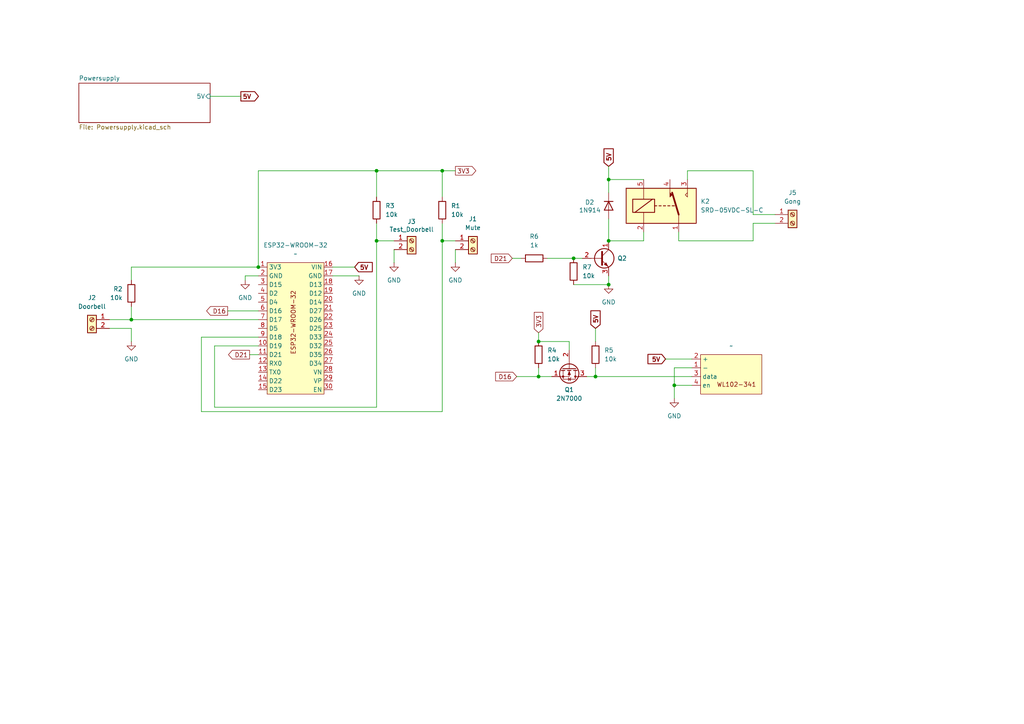
<source format=kicad_sch>
(kicad_sch (version 20250114) (generator "eeschema") (generator_version "9.0")
  (paper "A4")
  (lib_symbols
    (symbol "Connector:Screw_Terminal_01x02" (pin_names (offset 1.016) (hide yes))
      (property "Reference" "J" (at 0 2.54 0))
      (property "Value" "Screw_Terminal_01x02" (at 0 -5.08 0))
      (symbol "Screw_Terminal_01x02_1_1"
        (rectangle (start -1.27 1.27) (end 1.27 -3.81) (stroke (width 0.254)) (fill (type background)))
        (polyline (pts (xy -0.5334 0.3302) (xy 0.3302 -0.508)) (stroke (width 0.1524)))
        (polyline (pts (xy -0.5334 -2.2098) (xy 0.3302 -3.048)) (stroke (width 0.1524)))
        (polyline (pts (xy -0.3556 0.508) (xy 0.508 -0.3302)) (stroke (width 0.1524)))
        (polyline (pts (xy -0.3556 -2.032) (xy 0.508 -2.8702)) (stroke (width 0.1524)))
        (circle (center 0 0) (radius 0.635) (stroke (width 0.1524)))
        (circle (center 0 -2.54) (radius 0.635) (stroke (width 0.1524)))
        (pin passive line (at -5.08 0 0) (length 3.81) (name "Pin_1") (number "1"))
        (pin passive line (at -5.08 -2.54 0) (length 3.81) (name "Pin_2") (number "2"))
      )
    )
    (symbol "Customs:ESP32-WROOM-32"
      (property "Reference" "ESP32-WROOM-32" (at 8.636 1.524 0))
      (symbol "ESP32-WROOM-32_1_1"
        (rectangle (start 0 0) (end 16.51 -38.1) (fill (type background)))
        (text "ESP32-WROOM-32" (at 7.62 -17.272 900) (effects (font (size 1.27 1.27))))
        (pin bidirectional line (at -2.54 -1.27 0) (length 2.54) (name "3V3") (number "1"))
        (pin bidirectional line (at -2.54 -3.81 0) (length 2.54) (name "GND") (number "2"))
        (pin bidirectional line (at -2.54 -6.35 0) (length 2.54) (name "D15") (number "3"))
        (pin bidirectional line (at -2.54 -8.89 0) (length 2.54) (name "D2") (number "4"))
        (pin bidirectional line (at -2.54 -11.43 0) (length 2.54) (name "D4") (number "5"))
        (pin bidirectional line (at -2.54 -13.97 0) (length 2.54) (name "D16") (number "6"))
        (pin bidirectional line (at -2.54 -16.51 0) (length 2.54) (name "D17") (number "7"))
        (pin bidirectional line (at -2.54 -19.05 0) (length 2.54) (name "D5") (number "8"))
        (pin bidirectional line (at -2.54 -21.59 0) (length 2.54) (name "D18") (number "9"))
        (pin bidirectional line (at -2.54 -24.13 0) (length 2.54) (name "D19") (number "10"))
        (pin bidirectional line (at -2.54 -26.67 0) (length 2.54) (name "D21") (number "11"))
        (pin bidirectional line (at -2.54 -29.21 0) (length 2.54) (name "RX0") (number "12"))
        (pin bidirectional line (at -2.54 -31.75 0) (length 2.54) (name "TX0") (number "13"))
        (pin bidirectional line (at -2.54 -34.29 0) (length 2.54) (name "D22") (number "14"))
        (pin bidirectional line (at -2.54 -36.83 0) (length 2.54) (name "D23") (number "15"))
        (pin bidirectional line (at 19.05 -1.27 180) (length 2.54) (name "VIN") (number "16"))
        (pin bidirectional line (at 19.05 -3.81 180) (length 2.54) (name "GND") (number "17"))
        (pin bidirectional line (at 19.05 -6.35 180) (length 2.54) (name "D13") (number "18"))
        (pin bidirectional line (at 19.05 -8.89 180) (length 2.54) (name "D12") (number "19"))
        (pin bidirectional line (at 19.05 -11.43 180) (length 2.54) (name "D14") (number "20"))
        (pin bidirectional line (at 19.05 -13.97 180) (length 2.54) (name "D27") (number "21"))
        (pin bidirectional line (at 19.05 -16.51 180) (length 2.54) (name "D26") (number "22"))
        (pin bidirectional line (at 19.05 -19.05 180) (length 2.54) (name "D25") (number "23"))
        (pin bidirectional line (at 19.05 -21.59 180) (length 2.54) (name "D33") (number "24"))
        (pin bidirectional line (at 19.05 -24.13 180) (length 2.54) (name "D32") (number "25"))
        (pin bidirectional line (at 19.05 -26.67 180) (length 2.54) (name "D35") (number "26"))
        (pin bidirectional line (at 19.05 -29.21 180) (length 2.54) (name "D34") (number "27"))
        (pin bidirectional line (at 19.05 -31.75 180) (length 2.54) (name "VN") (number "28"))
        (pin bidirectional line (at 19.05 -34.29 180) (length 2.54) (name "VP") (number "29"))
        (pin bidirectional line (at 19.05 -36.83 180) (length 2.54) (name "EN") (number "30"))
      )
    )
    (symbol "Device:R" (pin_numbers (hide yes)) (pin_names (offset 0))
      (property "Reference" "R" (at 2.032 0 90))
      (property "Value" "R" (at 0 0 90))
      (symbol "R_0_1"
        (rectangle (start -1.016 -2.54) (end 1.016 2.54) (stroke (width 0.254)))
      )
      (symbol "R_1_1"
        (pin passive line (at 0 3.81 270) (length 1.27) (name "~") (number "1"))
        (pin passive line (at 0 -3.81 90) (length 1.27) (name "~") (number "2"))
      )
    )
    (symbol "Diode:1N914" (pin_numbers (hide yes)) (pin_names (hide yes))
      (property "Reference" "D" (at 0 2.54 0))
      (property "Value" "1N914" (at 0 -2.54 0))
      (symbol "1N914_0_1"
        (polyline (pts (xy -1.27 1.27) (xy -1.27 -1.27)) (stroke (width 0.254)))
        (polyline (pts (xy 1.27 1.27) (xy 1.27 -1.27) (xy -1.27 0) (xy 1.27 1.27)) (stroke (width 0.254)))
        (polyline (pts (xy 1.27 0) (xy -1.27 0)))
      )
      (symbol "1N914_1_1"
        (pin passive line (at -3.81 0 0) (length 2.54) (name "K") (number "1"))
        (pin passive line (at 3.81 0 180) (length 2.54) (name "A") (number "2"))
      )
    )
    (symbol "RF_Module:WL102-341"
      (property "Reference" "WL102-341" (at 4.064 -4.318 0))
      (symbol "WL102-341_1_1"
        (rectangle (start -3.81 0) (end 13.97 -11.43) (fill (type background)))
        (text "WL102-341" (at 3.556 -8.636 0) (effects (font (size 1.27 1.27))))
        (pin input line (at 16.51 -1.27 180) (length 2.54) (name "+") (number "2"))
        (pin input line (at 16.51 -3.81 180) (length 2.54) (name "-") (number "1"))
        (pin bidirectional line (at 16.51 -6.35 180) (length 2.54) (name "data") (number "3"))
        (pin input line (at 16.51 -8.89 180) (length 2.54) (name "en") (number "4"))
      )
    )
    (symbol "Relay:SANYOU_SRD_Form_C"
      (property "Reference" "K" (at 11.43 3.81 0))
      (property "Value" "SANYOU_SRD_Form_C" (at 11.43 1.27 0))
      (symbol "SANYOU_SRD_Form_C_0_0"
        (polyline (pts (xy 7.62 5.08) (xy 7.62 2.54) (xy 6.985 3.175) (xy 7.62 3.81)))
      )
      (symbol "SANYOU_SRD_Form_C_0_1"
        (rectangle (start -10.16 5.08) (end 10.16 -5.08) (stroke (width 0.254)) (fill (type background)))
        (rectangle (start -8.255 1.905) (end -1.905 -1.905) (stroke (width 0.254)))
        (polyline (pts (xy -7.62 -1.905) (xy -2.54 1.905)) (stroke (width 0.254)))
        (polyline (pts (xy -5.08 5.08) (xy -5.08 1.905)))
        (polyline (pts (xy -5.08 -5.08) (xy -5.08 -1.905)))
        (polyline (pts (xy -1.905 0) (xy -1.27 0)) (stroke (width 0.254)))
        (polyline (pts (xy -0.635 0) (xy 0 0)) (stroke (width 0.254)))
        (polyline (pts (xy 0.635 0) (xy 1.27 0)) (stroke (width 0.254)))
        (polyline (pts (xy 1.905 0) (xy 2.54 0)) (stroke (width 0.254)))
        (polyline (pts (xy 3.175 0) (xy 3.81 0)) (stroke (width 0.254)))
        (polyline (pts (xy 5.08 -2.54) (xy 3.175 3.81)) (stroke (width 0.508)))
        (polyline (pts (xy 5.08 -2.54) (xy 5.08 -5.08)))
      )
      (symbol "SANYOU_SRD_Form_C_1_1"
        (polyline (pts (xy 2.54 3.81) (xy 3.175 3.175) (xy 2.54 2.54) (xy 2.54 5.08)) (fill (type outline)))
        (pin passive line (at -5.08 7.62 270) (length 2.54) (name "~") (number "5"))
        (pin passive line (at -5.08 -7.62 90) (length 2.54) (name "~") (number "2"))
        (pin passive line (at 2.54 7.62 270) (length 2.54) (name "~") (number "4"))
        (pin passive line (at 5.08 -7.62 90) (length 2.54) (name "~") (number "1"))
        (pin passive line (at 7.62 7.62 270) (length 2.54) (name "~") (number "3"))
      )
    )
    (symbol "Transistor_BJT:BC338" (pin_names (offset 0) (hide yes))
      (property "Reference" "Q" (at 5.08 1.905 0))
      (property "Value" "BC338" (at 5.08 0 0))
      (symbol "BC338_0_1"
        (polyline (pts (xy -2.54 0) (xy 0.635 0)))
        (polyline (pts (xy 0.635 1.905) (xy 0.635 -1.905)) (stroke (width 0.508)))
        (circle (center 1.27 0) (radius 2.8194) (stroke (width 0.254)))
      )
      (symbol "BC338_1_1"
        (polyline (pts (xy 0.635 0.635) (xy 2.54 2.54)))
        (polyline (pts (xy 0.635 -0.635) (xy 2.54 -2.54)))
        (polyline (pts (xy 1.27 -1.778) (xy 1.778 -1.27) (xy 2.286 -2.286) (xy 1.27 -1.778)) (fill (type outline)))
        (pin input line (at -5.08 0 0) (length 2.54) (name "B") (number "2"))
        (pin passive line (at 2.54 5.08 270) (length 2.54) (name "C") (number "1"))
        (pin passive line (at 2.54 -5.08 90) (length 2.54) (name "E") (number "3"))
      )
    )
    (symbol "Transistor_FET:2N7000" (pin_names (hide yes))
      (property "Reference" "Q" (at 5.08 1.905 0))
      (property "Value" "2N7000" (at 5.08 0 0))
      (symbol "2N7000_0_1"
        (polyline (pts (xy 0.254 1.905) (xy 0.254 -1.905)) (stroke (width 0.254)))
        (polyline (pts (xy 0.254 0) (xy -2.54 0)))
        (polyline (pts (xy 0.762 2.286) (xy 0.762 1.27)) (stroke (width 0.254)))
        (polyline (pts (xy 0.762 0.508) (xy 0.762 -0.508)) (stroke (width 0.254)))
        (polyline (pts (xy 0.762 -1.27) (xy 0.762 -2.286)) (stroke (width 0.254)))
        (polyline (pts (xy 0.762 -1.778) (xy 3.302 -1.778) (xy 3.302 1.778) (xy 0.762 1.778)))
        (polyline (pts (xy 1.016 0) (xy 2.032 0.381) (xy 2.032 -0.381) (xy 1.016 0)) (fill (type outline)))
        (circle (center 1.651 0) (radius 2.794) (stroke (width 0.254)))
        (polyline (pts (xy 2.54 2.54) (xy 2.54 1.778)))
        (circle (center 2.54 1.778) (radius 0.254) (fill (type outline)))
        (circle (center 2.54 -1.778) (radius 0.254) (fill (type outline)))
        (polyline (pts (xy 2.54 -2.54) (xy 2.54 0) (xy 0.762 0)))
        (polyline (pts (xy 2.794 0.508) (xy 2.921 0.381) (xy 3.683 0.381) (xy 3.81 0.254)))
        (polyline (pts (xy 3.302 0.381) (xy 2.921 -0.254) (xy 3.683 -0.254) (xy 3.302 0.381)))
      )
      (symbol "2N7000_1_1"
        (pin input line (at -5.08 0 0) (length 2.54) (name "G") (number "2"))
        (pin passive line (at 2.54 5.08 270) (length 2.54) (name "D") (number "3"))
        (pin passive line (at 2.54 -5.08 90) (length 2.54) (name "S") (number "1"))
      )
    )
    (symbol "power:GND" (power) (pin_numbers (hide yes)) (pin_names (offset 0) (hide yes))
      (property "Value" "GND" (at 0 -3.81 0))
      (symbol "GND_0_1"
        (polyline (pts (xy 0 0) (xy 0 -1.27) (xy 1.27 -1.27) (xy 0 -2.54) (xy -1.27 -1.27) (xy 0 -1.27)))
      )
      (symbol "GND_1_1"
        (pin power_in line (at 0 0 270) (length 0) (name "~") (number "1"))
      )
    )
  )
  (junction (at 166.37 74.93))
  (junction (at 156.21 109.22))
  (junction (at 128.27 69.85))
  (junction (at 172.72 109.22))
  (junction (at 109.22 49.53))
  (junction (at 128.27 49.53))
  (junction (at 38.1 92.71))
  (junction (at 74.93 77.47))
  (junction (at 195.58 111.76))
  (junction (at 176.53 69.85))
  (junction (at 109.22 69.85))
  (junction (at 156.21 99.06))
  (junction (at 176.53 82.55))
  (junction (at 176.53 52.07))
  (wire (pts (xy 195.58 106.68) (xy 195.58 111.76)))
  (wire (pts (xy 166.37 82.55) (xy 176.53 82.55)))
  (wire (pts (xy 200.66 106.68) (xy 195.58 106.68)))
  (wire (pts (xy 60.96 27.94) (xy 69.85 27.94)))
  (wire (pts (xy 156.21 96.52) (xy 156.21 99.06)))
  (wire (pts (xy 74.93 102.87) (xy 72.39 102.87)))
  (wire (pts (xy 196.85 67.31) (xy 196.85 69.85)))
  (wire (pts (xy 186.69 69.85) (xy 176.53 69.85)))
  (wire (pts (xy 176.53 80.01) (xy 176.53 82.55)))
  (wire (pts (xy 38.1 92.71) (xy 74.93 92.71)))
  (wire (pts (xy 166.37 74.93) (xy 168.91 74.93)))
  (wire (pts (xy 71.12 80.01) (xy 71.12 81.28)))
  (wire (pts (xy 74.93 97.79) (xy 58.42 97.79)))
  (wire (pts (xy 218.44 62.23) (xy 218.44 49.53)))
  (wire (pts (xy 96.52 80.01) (xy 104.14 80.01)))
  (wire (pts (xy 158.75 74.93) (xy 166.37 74.93)))
  (wire (pts (xy 96.52 77.47) (xy 102.87 77.47)))
  (wire (pts (xy 165.1 99.06) (xy 156.21 99.06)))
  (wire (pts (xy 156.21 109.22) (xy 156.21 106.68)))
  (wire (pts (xy 58.42 119.38) (xy 128.27 119.38)))
  (wire (pts (xy 74.93 49.53) (xy 109.22 49.53)))
  (wire (pts (xy 66.04 90.17) (xy 74.93 90.17)))
  (wire (pts (xy 176.53 52.07) (xy 186.69 52.07)))
  (wire (pts (xy 109.22 49.53) (xy 109.22 57.15)))
  (wire (pts (xy 31.75 95.25) (xy 38.1 95.25)))
  (wire (pts (xy 114.3 76.2) (xy 114.3 72.39)))
  (wire (pts (xy 218.44 64.77) (xy 218.44 69.85)))
  (wire (pts (xy 193.04 104.14) (xy 200.66 104.14)))
  (wire (pts (xy 172.72 109.22) (xy 172.72 106.68)))
  (wire (pts (xy 172.72 109.22) (xy 200.66 109.22)))
  (wire (pts (xy 176.53 52.07) (xy 176.53 55.88)))
  (wire (pts (xy 195.58 111.76) (xy 200.66 111.76)))
  (wire (pts (xy 128.27 49.53) (xy 128.27 57.15)))
  (wire (pts (xy 199.39 49.53) (xy 199.39 52.07)))
  (wire (pts (xy 170.18 109.22) (xy 172.72 109.22)))
  (wire (pts (xy 149.86 109.22) (xy 156.21 109.22)))
  (wire (pts (xy 160.02 109.22) (xy 156.21 109.22)))
  (wire (pts (xy 109.22 69.85) (xy 109.22 118.11)))
  (wire (pts (xy 62.23 118.11) (xy 109.22 118.11)))
  (wire (pts (xy 74.93 49.53) (xy 74.93 77.47)))
  (wire (pts (xy 128.27 69.85) (xy 128.27 119.38)))
  (wire (pts (xy 132.08 76.2) (xy 132.08 72.39)))
  (wire (pts (xy 148.59 74.93) (xy 151.13 74.93)))
  (wire (pts (xy 38.1 77.47) (xy 38.1 81.28)))
  (wire (pts (xy 172.72 95.25) (xy 172.72 99.06)))
  (wire (pts (xy 186.69 69.85) (xy 186.69 67.31)))
  (wire (pts (xy 176.53 69.85) (xy 176.53 63.5)))
  (wire (pts (xy 71.12 80.01) (xy 74.93 80.01)))
  (wire (pts (xy 109.22 64.77) (xy 109.22 69.85)))
  (wire (pts (xy 195.58 111.76) (xy 195.58 115.57)))
  (wire (pts (xy 128.27 49.53) (xy 132.08 49.53)))
  (wire (pts (xy 109.22 49.53) (xy 128.27 49.53)))
  (wire (pts (xy 58.42 97.79) (xy 58.42 119.38)))
  (wire (pts (xy 109.22 69.85) (xy 114.3 69.85)))
  (wire (pts (xy 176.53 48.26) (xy 176.53 52.07)))
  (wire (pts (xy 38.1 77.47) (xy 74.93 77.47)))
  (wire (pts (xy 165.1 101.6) (xy 165.1 99.06)))
  (wire (pts (xy 38.1 92.71) (xy 31.75 92.71)))
  (wire (pts (xy 74.93 100.33) (xy 62.23 100.33)))
  (wire (pts (xy 128.27 69.85) (xy 132.08 69.85)))
  (wire (pts (xy 62.23 100.33) (xy 62.23 118.11)))
  (wire (pts (xy 128.27 64.77) (xy 128.27 69.85)))
  (wire (pts (xy 218.44 49.53) (xy 199.39 49.53)))
  (wire (pts (xy 38.1 88.9) (xy 38.1 92.71)))
  (wire (pts (xy 224.79 62.23) (xy 218.44 62.23)))
  (wire (pts (xy 196.85 69.85) (xy 218.44 69.85)))
  (wire (pts (xy 38.1 95.25) (xy 38.1 99.06)))
  (wire (pts (xy 224.79 64.77) (xy 218.44 64.77)))
  (global_label "5V" (shape output) (at 69.85 27.94 0) (effects (font (thickness 0.254) (bold yes))) (property "Intersheetrefs" "${INTERSHEET_REFS}" (effects (hide yes))))
  (global_label "3V3" (shape output) (at 132.08 49.53 0) (property "Intersheetrefs" "${INTERSHEET_REFS}" (effects (hide yes))))
  (global_label "D21" (shape input) (at 148.59 74.93 180) (property "Intersheetrefs" "${INTERSHEET_REFS}" (effects (hide yes))))
  (global_label "5V" (shape input) (at 193.04 104.14 180) (effects (font (thickness 0.254) (bold yes))) (property "Intersheetrefs" "${INTERSHEET_REFS}" (effects (hide yes))))
  (global_label "3V3" (shape input) (at 156.21 96.52 90) (property "Intersheetrefs" "${INTERSHEET_REFS}" (effects (hide yes))))
  (global_label "D16" (shape output) (at 66.04 90.17 180) (property "Intersheetrefs" "${INTERSHEET_REFS}" (effects (hide yes))))
  (global_label "5V" (shape input) (at 172.72 95.25 90) (effects (font (thickness 0.254) (bold yes))) (property "Intersheetrefs" "${INTERSHEET_REFS}" (effects (hide yes))))
  (global_label "5V" (shape input) (at 176.53 48.26 90) (effects (font (thickness 0.254) (bold yes))) (property "Intersheetrefs" "${INTERSHEET_REFS}" (effects (hide yes))))
  (global_label "D21" (shape output) (at 72.39 102.87 180) (property "Intersheetrefs" "${INTERSHEET_REFS}" (effects (hide yes))))
  (global_label "D16" (shape input) (at 149.86 109.22 180) (property "Intersheetrefs" "${INTERSHEET_REFS}" (effects (hide yes))))
  (global_label "5V" (shape input) (at 102.87 77.47 0) (effects (font (thickness 0.254) (bold yes))) (property "Intersheetrefs" "${INTERSHEET_REFS}" (effects (hide yes))))
  (symbol (lib_id "Relay:SANYOU_SRD_Form_C") (at 191.77 59.69 0) (unit 1)
    (property "Reference" "K2" (at 203.2 58.4199 0) (effects (justify left)))
    (property "Value" "SRD-05VDC-SL-C" (at 203.2 60.9599 0) (effects (justify left)))
    (property "Footprint" "Relay_THT:Relay_SPDT_SANYOU_SRD_Series_Form_C" (effects (hide yes)))
    (property "Datasheet" "http://www.sanyourelay.ca/public/products/pdf/SRD.pdf" (effects (hide yes)))
    (property "Description" "Sanyo SRD relay, Single Pole Miniature Power Relay," (effects (hide yes)))
  )
  (symbol (lib_id "power:GND") (at 195.58 115.57 0) (unit 1)
    (property "Reference" "#PWR06" (effects (hide yes)))
    (property "Value" "GND" (at 195.58 120.65 0))
    (property "Description" "Power symbol creates a global label with name \"GND\" , ground" (effects (hide yes)))
  )
  (symbol (lib_id "Customs:ESP32-WROOM-32") (at 77.47 76.2 0) (unit 1)
    (property "Reference" "ESP32-WROOM-32" (at 85.725 71.12 0))
    (property "Value" "~" (at 85.725 73.66 0))
    (property "Footprint" "Customs:ESP32-WROOM-32" (effects (hide yes)))
  )
  (symbol (lib_id "Device:R") (at 154.94 74.93 90) (unit 1)
    (property "Reference" "R6" (at 154.94 68.58 90))
    (property "Value" "1k" (at 154.94 71.12 90))
    (property "Footprint" "Resistor_THT:R_Axial_DIN0204_L3.6mm_D1.6mm_P5.08mm_Horizontal" (effects (hide yes)))
    (property "Description" "Resistor" (effects (hide yes)))
  )
  (symbol (lib_id "Transistor_BJT:BC338") (at 173.99 74.93 0) (unit 1)
    (property "Reference" "Q2" (at 179.07 74.9299 0) (effects (justify left)))
    (property "Value" "BC338" (effects (hide yes)))
    (property "Footprint" "Package_TO_SOT_THT:TO-92_Inline" (effects (hide yes)))
    (property "Datasheet" "http://diotec.com/tl_files/diotec/files/pdf/datasheets/bc337" (effects (hide yes)))
    (property "Description" "0.8A Ic, 25V Vce, NPN Transistor, TO-92" (effects (hide yes)))
  )
  (symbol (lib_id "power:GND") (at 176.53 82.55 0) (unit 1)
    (property "Reference" "#PWR05" (effects (hide yes)))
    (property "Value" "GND" (at 176.53 87.63 0))
    (property "Description" "Power symbol creates a global label with name \"GND\" , ground" (effects (hide yes)))
  )
  (symbol (lib_id "power:GND") (at 71.12 81.28 0) (unit 1)
    (property "Reference" "#PWR01" (effects (hide yes)))
    (property "Value" "GND" (at 71.12 86.36 0))
    (property "Description" "Power symbol creates a global label with name \"GND\" , ground" (effects (hide yes)))
  )
  (symbol (lib_id "power:GND") (at 114.3 76.2 0) (unit 1)
    (property "Reference" "#PWR04" (effects (hide yes)))
    (property "Value" "GND" (at 114.3 81.28 0))
    (property "Description" "Power symbol creates a global label with name \"GND\" , ground" (effects (hide yes)))
  )
  (symbol (lib_id "Connector:Screw_Terminal_01x02") (at 119.38 69.85 0) (unit 1)
    (property "Reference" "J3" (at 119.38 64.262 0))
    (property "Value" "Test_Doorbell" (at 119.38 66.548 0))
    (property "Footprint" "TerminalBlock:TerminalBlock_Xinya_XY308-2.54-2P_1x02_P2.54mm_Horizontal" (effects (hide yes)))
    (property "Description" "Generic screw terminal, single row, 01x02, script generated (kicad-library-utils/schlib/autogen/connector/)" (effects (hide yes)))
  )
  (symbol (lib_id "Device:R") (at 156.21 102.87 0) (unit 1)
    (property "Reference" "R4" (at 158.75 101.5999 0) (effects (justify left)))
    (property "Value" "10k" (at 158.75 104.1399 0) (effects (justify left)))
    (property "Footprint" "Resistor_THT:R_Axial_DIN0204_L3.6mm_D1.6mm_P5.08mm_Horizontal" (effects (hide yes)))
    (property "Description" "Resistor" (effects (hide yes)))
  )
  (symbol (lib_id "Diode:1N914") (at 176.53 59.69 270) (unit 1)
    (property "Reference" "D2" (at 169.672 58.674 90) (effects (justify left)))
    (property "Value" "1N914" (at 167.894 60.96 90) (effects (justify left)))
    (property "Footprint" "Diode_THT:D_DO-35_SOD27_P7.62mm_Horizontal" (effects (hide yes)))
    (property "Datasheet" "http://www.vishay.com/docs/85622/1n914.pdf" (effects (hide yes)))
    (property "Description" "100V 0.3A Small Signal Fast Switching Diode, DO-35" (effects (hide yes)))
    (property "Sim.Device" "D" (effects (hide yes)))
    (property "Sim.Pins" "1=K 2=A" (effects (hide yes)))
  )
  (symbol (lib_id "Connector:Screw_Terminal_01x02") (at 229.87 62.23 0) (unit 1)
    (property "Reference" "J5" (at 229.87 55.88 0))
    (property "Value" "Gong" (at 229.87 58.42 0))
    (property "Footprint" "TerminalBlock:TerminalBlock_Xinya_XY308-2.54-2P_1x02_P2.54mm_Horizontal" (effects (hide yes)))
    (property "Description" "Generic screw terminal, single row, 01x02, script generated (kicad-library-utils/schlib/autogen/connector/)" (effects (hide yes)))
  )
  (symbol (lib_id "power:GND") (at 132.08 76.2 0) (unit 1)
    (property "Reference" "#PWR02" (effects (hide yes)))
    (property "Value" "GND" (at 132.08 81.28 0))
    (property "Description" "Power symbol creates a global label with name \"GND\" , ground" (effects (hide yes)))
  )
  (symbol (lib_id "power:GND") (at 38.1 99.06 0) (mirror y) (unit 1)
    (property "Reference" "#PWR03" (effects (hide yes)))
    (property "Value" "GND" (at 38.1 104.14 0))
    (property "Description" "Power symbol creates a global label with name \"GND\" , ground" (effects (hide yes)))
  )
  (symbol (lib_id "Connector:Screw_Terminal_01x02") (at 26.67 92.71 0) (mirror y) (unit 1)
    (property "Reference" "J2" (at 26.67 86.36 0))
    (property "Value" "Doorbell" (at 26.67 88.9 0))
    (property "Footprint" "TerminalBlock:TerminalBlock_Xinya_XY308-2.54-2P_1x02_P2.54mm_Horizontal" (effects (hide yes)))
    (property "Description" "Generic screw terminal, single row, 01x02, script generated (kicad-library-utils/schlib/autogen/connector/)" (effects (hide yes)))
  )
  (symbol (lib_id "Connector:Screw_Terminal_01x02") (at 137.16 69.85 0) (unit 1)
    (property "Reference" "J1" (at 137.16 63.5 0))
    (property "Value" "Mute" (at 137.16 66.04 0))
    (property "Footprint" "TerminalBlock:TerminalBlock_Xinya_XY308-2.54-2P_1x02_P2.54mm_Horizontal" (effects (hide yes)))
    (property "Description" "Generic screw terminal, single row, 01x02, script generated (kicad-library-utils/schlib/autogen/connector/)" (effects (hide yes)))
  )
  (symbol (lib_id "Transistor_FET:2N7000") (at 165.1 106.68 270) (unit 1)
    (property "Reference" "Q1" (at 165.1 113.03 90))
    (property "Value" "2N7000" (at 165.1 115.57 90))
    (property "Footprint" "Package_TO_SOT_THT:TO-92_Inline" (effects (hide yes)))
    (property "Datasheet" "https://www.vishay.com/docs/70226/70226.pdf" (effects (hide yes)))
    (property "Description" "0.2A Id, 200V Vds, N-Channel MOSFET, 2.6V Logic Level, TO-92" (effects (hide yes)))
  )
  (symbol (lib_id "Device:R") (at 38.1 85.09 0) (mirror y) (unit 1)
    (property "Reference" "R2" (at 35.56 83.8199 0) (effects (justify left)))
    (property "Value" "10k" (at 35.56 86.3599 0) (effects (justify left)))
    (property "Footprint" "Resistor_THT:R_Axial_DIN0204_L3.6mm_D1.6mm_P5.08mm_Horizontal" (effects (hide yes)))
    (property "Description" "Resistor" (effects (hide yes)))
  )
  (symbol (lib_id "Device:R") (at 128.27 60.96 0) (unit 1)
    (property "Reference" "R1" (at 130.81 59.6899 0) (effects (justify left)))
    (property "Value" "10k" (at 130.81 62.2299 0) (effects (justify left)))
    (property "Footprint" "Resistor_THT:R_Axial_DIN0204_L3.6mm_D1.6mm_P5.08mm_Horizontal" (effects (hide yes)))
    (property "Description" "Resistor" (effects (hide yes)))
  )
  (symbol (lib_id "Device:R") (at 166.37 78.74 0) (unit 1)
    (property "Reference" "R7" (at 168.91 77.4699 0) (effects (justify left)))
    (property "Value" "10k" (at 168.91 80.0099 0) (effects (justify left)))
    (property "Footprint" "Resistor_THT:R_Axial_DIN0204_L3.6mm_D1.6mm_P5.08mm_Horizontal" (effects (hide yes)))
    (property "Description" "Resistor" (effects (hide yes)))
  )
  (symbol (lib_id "RF_Module:WL102-341") (at 217.17 102.87 0) (mirror y) (unit 1)
    (property "Reference" "WL102-1" (effects (hide yes)))
    (property "Value" "~" (at 212.09 100.33 0))
    (property "Footprint" "RF_Module:WL102-341" (effects (hide yes)))
  )
  (symbol (lib_id "power:GND") (at 104.14 80.01 0) (unit 1)
    (property "Reference" "#PWR012" (effects (hide yes)))
    (property "Value" "GND" (at 104.14 85.09 0))
    (property "Description" "Power symbol creates a global label with name \"GND\" , ground" (effects (hide yes)))
  )
  (symbol (lib_id "Device:R") (at 172.72 102.87 0) (unit 1)
    (property "Reference" "R5" (at 175.26 101.5999 0) (effects (justify left)))
    (property "Value" "10k" (at 175.26 104.1399 0) (effects (justify left)))
    (property "Footprint" "Resistor_THT:R_Axial_DIN0204_L3.6mm_D1.6mm_P5.08mm_Horizontal" (effects (hide yes)))
    (property "Description" "Resistor" (effects (hide yes)))
  )
  (symbol (lib_id "Device:R") (at 109.22 60.96 0) (unit 1)
    (property "Reference" "R3" (at 111.76 59.6899 0) (effects (justify left)))
    (property "Value" "10k" (at 111.76 62.2299 0) (effects (justify left)))
    (property "Footprint" "Resistor_THT:R_Axial_DIN0204_L3.6mm_D1.6mm_P5.08mm_Horizontal" (effects (hide yes)))
    (property "Description" "Resistor" (effects (hide yes)))
  )
  (sheet (at 22.86 24.13) (size 38.1 11.43) (stroke (width 0.1524))
    (property "Sheetname" "Powersupply" (at 22.86 23.4184 0) (effects (justify left bottom)))
    (property "Sheetfile" "Powersupply.kicad_sch" (at 22.86 36.1446 0) (effects (justify left top)))
    (pin "5V" input (at 60.96 27.94 0))
  )
)
</source>
